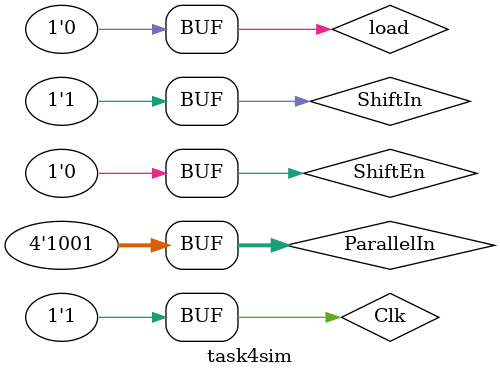
<source format=v>
`timescale 1ns / 1ps


module task4sim(
    );
    reg Clk ;
	reg ShiftIn;
	reg [3:0] ParallelIn;
	reg load;
    reg ShiftEn;
    wire  ShiftOut;
	wire [3:0] RegContent;
	
	
	
 
    task4 DUT (.Clk(Clk), .ShiftIn(ShiftIn), .ParallelIn(ParallelIn), .load(load), .ShiftEn(ShiftEn), .ShiftOut(ShiftOut), .RegContent(RegContent));   
    

    initial begin
        #0 Clk =0; load = 0; ShiftEn=0; ShiftIn=1; ParallelIn=4'b1001; //0 
        #10 Clk =1;load = 0; ShiftEn=0; ShiftIn=1; ParallelIn=4'b1001;   //10
        #10 Clk =0;load = 0; ShiftEn=0; ShiftIn=1; ParallelIn=4'b0101;  //20
        #10 Clk =1;load = 0; ShiftEn=0; ShiftIn=1; ParallelIn=4'b0101;  //30
        #10 Clk =0;load = 0; ShiftEn=0; ShiftIn=1; ParallelIn=4'b0101;  //40
        #10 Clk =1;load = 0; ShiftEn=0; ShiftIn=1; ParallelIn=4'b0101;  //50
        #10 Clk =0;load = 1; ShiftEn=0; ShiftIn=1; ParallelIn=4'b0101;  //60
        #10 Clk =1;load = 1; ShiftEn=0; ShiftIn=1; ParallelIn=4'b0101;  //70
        #10 Clk =0;load = 0; ShiftEn=0; ShiftIn=1; ParallelIn=4'b0101;  //80
        #10 Clk =1;load = 0; ShiftEn=0; ShiftIn=1; ParallelIn=4'b0101;  //90
        #10 Clk =0;load = 0; ShiftEn=1; ShiftIn=1; ParallelIn=4'b0101;  //100
        #10 Clk =1;load = 0; ShiftEn=1; ShiftIn=1; ParallelIn=4'b0101;  //110
        #10 Clk =0;load = 0; ShiftEn=1; ShiftIn=1; ParallelIn=4'b0101;  //120
        #10 Clk =1;load = 0; ShiftEn=1; ShiftIn=1; ParallelIn=4'b0101;  //130
        #10 Clk =0;load = 0; ShiftEn=1; ShiftIn=1; ParallelIn=4'b0101;  //140
        #10 Clk =1;load = 0; ShiftEn=1; ShiftIn=1; ParallelIn=4'b0101;  //150
        #10 Clk =0;load = 0; ShiftEn=1; ShiftIn=1; ParallelIn=4'b0101;  //160
        #10 Clk =1;load = 0; ShiftEn=1; ShiftIn=1; ParallelIn=4'b0101;  //170
        #10 Clk =0;load = 0; ShiftEn=1; ShiftIn=1; ParallelIn=4'b1001;  //180
        #10 Clk =1;load = 0; ShiftEn=1; ShiftIn=1; ParallelIn=4'b1001;  //190
        #10 Clk =0;load = 1; ShiftEn=1; ShiftIn=1; ParallelIn=4'b1001;  //200
        #10 Clk =1;load = 1; ShiftEn=1; ShiftIn=1; ParallelIn=4'b1001;  //210
        #10 Clk =0;load = 0; ShiftEn=1; ShiftIn=1; ParallelIn=4'b1001;  //220
        #10 Clk =1;load = 0; ShiftEn=1; ShiftIn=1; ParallelIn=4'b1001;  //230
        #10 Clk =0;load = 0; ShiftEn=1; ShiftIn=1; ParallelIn=4'b1001;  //240
        #10 Clk =1;load = 0; ShiftEn=1; ShiftIn=1; ParallelIn=4'b1001;  //250
        #10 Clk =0;load = 0; ShiftEn=1; ShiftIn=1; ParallelIn=4'b1001;  //260
        #10 Clk =1;load = 0; ShiftEn=1; ShiftIn=1; ParallelIn=4'b1001;  //270
        #5         load = 1;                                           //275
        #10 Clk =0;load = 1; ShiftEn=1; ShiftIn=1; ParallelIn=4'b1001;  //280
        #10 Clk =1;load = 1; ShiftEn=1; ShiftIn=1; ParallelIn=4'b1001;  //290
        #5         load = 0;                                           //295
        #10 Clk =0;load = 0; ShiftEn=1; ShiftIn=1; ParallelIn=4'b1001;  //300
        #10 Clk =1;load = 0; ShiftEn=1; ShiftIn=1; ParallelIn=4'b1001;  //310
        #10 Clk =0;load = 0; ShiftEn=0; ShiftIn=1; ParallelIn=4'b1001;  //320
        #10 Clk =1;load = 0; ShiftEn=0; ShiftIn=1; ParallelIn=4'b1001;  //330
        #10 Clk =0;load = 0; ShiftEn=0; ShiftIn=1; ParallelIn=4'b1001;  //340
        #10 Clk =1;load = 0; ShiftEn=0; ShiftIn=1; ParallelIn=4'b1001;  //350
        #10 Clk =0;load = 1; ShiftEn=0; ShiftIn=1; ParallelIn=4'b1001;  //360
        #10 Clk =1;load = 1; ShiftEn=0; ShiftIn=1; ParallelIn=4'b1001;  //370
        #10 Clk =0;load = 0; ShiftEn=0; ShiftIn=1; ParallelIn=4'b1001;  //380
        #10 Clk =1;load = 0; ShiftEn=0; ShiftIn=1; ParallelIn=4'b1001;  //390
    
        
 
        

       
    end
endmodule
</source>
